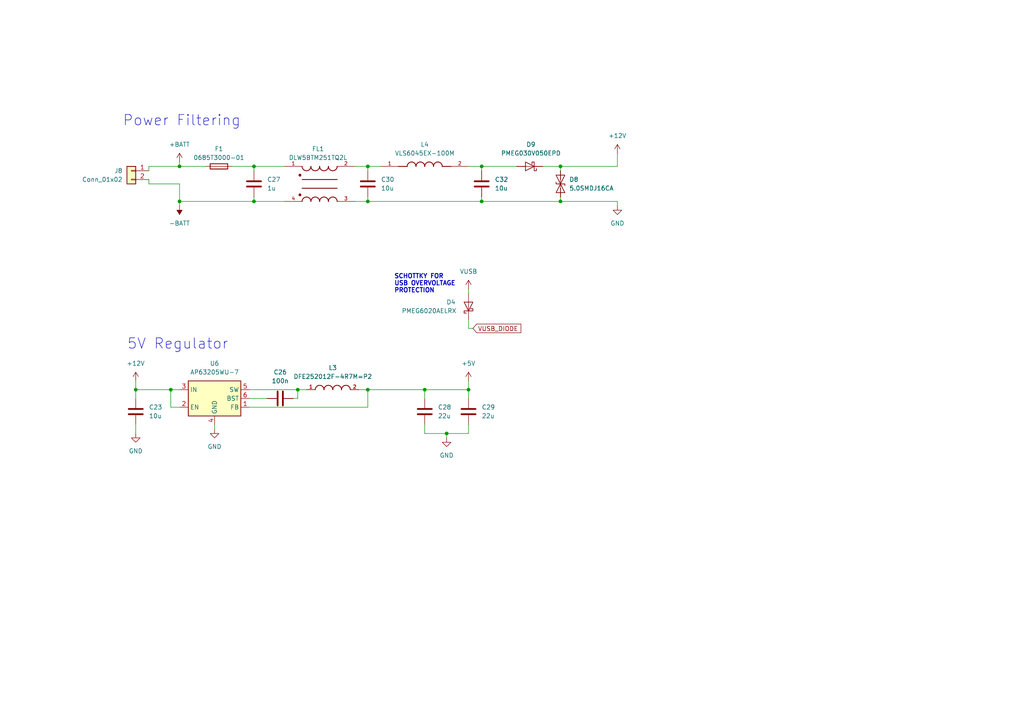
<source format=kicad_sch>
(kicad_sch (version 20230121) (generator eeschema)
  (paper "A4")
  (lib_symbols
    (symbol "Connector_Generic:Conn_01x02" (pin_names (offset 1.016) hide)
      (property "Reference" "J" (at 0 2.54 0))
      (property "Value" "Conn_01x02" (at 0 -5.08 0))
      (symbol "Conn_01x02_1_1"
        (rectangle (start -1.27 -2.413) (end 0 -2.667) (stroke (width 0.1524)))
        (rectangle (start -1.27 0.127) (end 0 -0.127) (stroke (width 0.1524)))
        (rectangle (start -1.27 1.27) (end 1.27 -3.81) (stroke (width 0.254)) (fill (type background)))
        (pin passive line (at -5.08 0 0) (length 3.81) (name "Pin_1") (number "1"))
        (pin passive line (at -5.08 -2.54 0) (length 3.81) (name "Pin_2") (number "2"))
      )
    )
    (symbol "DFE252012F-4R7M_P2:DFE252012F-4R7M=P2" (pin_names (offset 1.016))
      (property "Reference" "L" (at -7.62 5.08 0))
      (property "Value" "DFE252012F-4R7M=P2" (at -7.62 2.54 0))
      (symbol "DFE252012F-4R7M=P2_0_0"
        (arc (start -2.54 0) (mid -3.81 1.2645) (end -5.08 0) (stroke (width 0.254)))
        (arc (start 0 0) (mid -1.27 1.2645) (end -2.54 0) (stroke (width 0.254)))
        (arc (start 2.54 0) (mid 1.27 1.2645) (end 0 0) (stroke (width 0.254)))
        (arc (start 5.08 0) (mid 3.81 1.2645) (end 2.54 0) (stroke (width 0.254)))
        (pin passive line (at -7.62 0 0) (length 2.54) (name "~") (number "1"))
        (pin passive line (at 7.62 0 180) (length 2.54) (name "~") (number "2"))
      )
    )
    (symbol "DLW5BTM251TQ2L:DLW5BTM251TQ2L" (pin_names (offset 1.016))
      (property "Reference" "FL" (at -5.08 6.35 0))
      (property "Value" "DLW5BTM251TQ2L" (at -5.08 -6.35 0))
      (symbol "DLW5BTM251TQ2L_0_0"
        (circle (center -5.715 -3.175) (radius 0.2032) (stroke (width 0.4064)))
        (circle (center -5.715 2.54) (radius 0.2032) (stroke (width 0.4064)))
        (arc (start -5.08 5.08) (mid -3.81 3.8155) (end -2.54 5.08) (stroke (width 0.254)))
        (arc (start -2.54 -5.08) (mid -3.81 -3.8155) (end -5.08 -5.08) (stroke (width 0.254)))
        (arc (start -2.54 5.08) (mid -1.27 3.8155) (end 0 5.08) (stroke (width 0.254)))
        (arc (start 0 -5.08) (mid -1.27 -3.8155) (end -2.54 -5.08) (stroke (width 0.254)))
        (polyline (pts (xy -5.08 -1.27) (xy 5.08 -1.27)) (stroke (width 0.254)))
        (polyline (pts (xy 5.08 1.27) (xy -5.08 1.27)) (stroke (width 0.254)))
        (arc (start 0 5.08) (mid 1.27 3.8155) (end 2.54 5.08) (stroke (width 0.254)))
        (arc (start 2.54 -5.08) (mid 1.27 -3.8155) (end 0 -5.08) (stroke (width 0.254)))
        (arc (start 2.54 5.08) (mid 3.81 3.8155) (end 5.08 5.08) (stroke (width 0.254)))
        (arc (start 5.08 -5.08) (mid 3.81 -3.8155) (end 2.54 -5.08) (stroke (width 0.254)))
        (pin passive line (at -10.16 5.08 0) (length 5.08) (name "~") (number "1"))
        (pin passive line (at 10.16 5.08 180) (length 5.08) (name "~") (number "2"))
        (pin passive line (at 10.16 -5.08 180) (length 5.08) (name "~") (number "3"))
        (pin passive line (at -10.16 -5.08 0) (length 5.08) (name "~") (number "4"))
      )
    )
    (symbol "Device:C" (pin_numbers hide) (pin_names (offset 0.254))
      (property "Reference" "C" (at 0.635 2.54 0))
      (property "Value" "C" (at 0.635 -2.54 0))
      (symbol "C_0_1"
        (polyline (pts (xy -2.032 -0.762) (xy 2.032 -0.762)) (stroke (width 0.508)))
        (polyline (pts (xy -2.032 0.762) (xy 2.032 0.762)) (stroke (width 0.508)))
      )
      (symbol "C_1_1"
        (pin passive line (at 0 3.81 270) (length 2.794) (name "~") (number "1"))
        (pin passive line (at 0 -3.81 90) (length 2.794) (name "~") (number "2"))
      )
    )
    (symbol "Device:Fuse" (pin_numbers hide) (pin_names (offset 0))
      (property "Reference" "F" (at 2.032 0 90))
      (property "Value" "Fuse" (at -1.905 0 90))
      (symbol "Fuse_0_1"
        (rectangle (start -0.762 -2.54) (end 0.762 2.54) (stroke (width 0.254)))
        (polyline (pts (xy 0 2.54) (xy 0 -2.54)))
      )
      (symbol "Fuse_1_1"
        (pin passive line (at 0 3.81 270) (length 1.27) (name "~") (number "1"))
        (pin passive line (at 0 -3.81 90) (length 1.27) (name "~") (number "2"))
      )
    )
    (symbol "Diode:PMEG030V050EPD" (pin_numbers hide) (pin_names hide)
      (property "Reference" "D" (at 0 2.54 0))
      (property "Value" "PMEG030V050EPD" (at 0 -2.54 0))
      (symbol "PMEG030V050EPD_0_1"
        (polyline (pts (xy 1.27 0) (xy -1.27 0)))
        (polyline (pts (xy 1.27 1.27) (xy 1.27 -1.27) (xy -1.27 0) (xy 1.27 1.27)) (stroke (width 0.2032)))
        (polyline (pts (xy -1.905 0.635) (xy -1.905 1.27) (xy -1.27 1.27) (xy -1.27 -1.27) (xy -0.635 -1.27) (xy -0.635 -0.635)) (stroke (width 0.2032)))
      )
      (symbol "PMEG030V050EPD_1_1"
        (pin passive line (at 3.81 0 180) (length 2.54) (name "A") (number "1"))
        (pin passive line (at 3.81 0 180) (length 2.54) hide (name "A") (number "2"))
        (pin passive line (at -3.81 0 0) (length 2.54) (name "K") (number "3"))
      )
    )
    (symbol "Diode:PMEG6020AELR" (pin_numbers hide) (pin_names hide)
      (property "Reference" "D" (at 0 2.54 0))
      (property "Value" "PMEG6020AELR" (at 0 -2.54 0))
      (symbol "PMEG6020AELR_0_1"
        (polyline (pts (xy 1.27 0) (xy -1.27 0)))
        (polyline (pts (xy 1.27 1.27) (xy 1.27 -1.27) (xy -1.27 0) (xy 1.27 1.27)) (stroke (width 0.2032)))
        (polyline (pts (xy -1.905 0.635) (xy -1.905 1.27) (xy -1.27 1.27) (xy -1.27 -1.27) (xy -0.635 -1.27) (xy -0.635 -0.635)) (stroke (width 0.2032)))
      )
      (symbol "PMEG6020AELR_1_1"
        (pin passive line (at -3.81 0 0) (length 2.54) (name "K") (number "1"))
        (pin passive line (at 3.81 0 180) (length 2.54) (name "A") (number "2"))
      )
    )
    (symbol "Diode:SMAJ18CA" (pin_numbers hide) (pin_names (offset 1.016) hide)
      (property "Reference" "D" (at 0 2.54 0))
      (property "Value" "SMAJ18CA" (at 0 -2.54 0))
      (symbol "SMAJ18CA_0_1"
        (polyline (pts (xy 1.27 0) (xy -1.27 0)))
        (polyline (pts (xy -2.54 -1.27) (xy 0 0) (xy -2.54 1.27) (xy -2.54 -1.27)) (stroke (width 0.2032)))
        (polyline (pts (xy 0.508 1.27) (xy 0 1.27) (xy 0 -1.27) (xy -0.508 -1.27)) (stroke (width 0.2032)))
        (polyline (pts (xy 2.54 1.27) (xy 2.54 -1.27) (xy 0 0) (xy 2.54 1.27)) (stroke (width 0.2032)))
      )
      (symbol "SMAJ18CA_1_1"
        (pin passive line (at -3.81 0 0) (length 2.54) (name "A1") (number "1"))
        (pin passive line (at 3.81 0 180) (length 2.54) (name "A2") (number "2"))
      )
    )
    (symbol "Regulator_Switching:AP63205WU"
      (property "Reference" "U" (at -7.62 6.35 0))
      (property "Value" "AP63205WU" (at 2.54 6.35 0))
      (symbol "AP63205WU_0_1"
        (rectangle (start -7.62 5.08) (end 7.62 -5.08) (stroke (width 0.254)) (fill (type background)))
      )
      (symbol "AP63205WU_1_1"
        (pin input line (at 10.16 -2.54 180) (length 2.54) (name "FB") (number "1"))
        (pin input line (at -10.16 -2.54 0) (length 2.54) (name "EN") (number "2"))
        (pin power_in line (at -10.16 2.54 0) (length 2.54) (name "IN") (number "3"))
        (pin power_in line (at 0 -7.62 90) (length 2.54) (name "GND") (number "4"))
        (pin output line (at 10.16 2.54 180) (length 2.54) (name "SW") (number "5"))
        (pin passive line (at 10.16 0 180) (length 2.54) (name "BST") (number "6"))
      )
    )
    (symbol "VLS6045EX-100M:VLS6045EX-100M" (pin_names (offset 1.016))
      (property "Reference" "L" (at -10.16 5.08 0))
      (property "Value" "VLS6045EX-100M" (at -10.16 -5.08 0))
      (symbol "VLS6045EX-100M_0_0"
        (arc (start -2.54 0) (mid -3.81 1.2645) (end -5.08 0) (stroke (width 0.254)))
        (arc (start 0 0) (mid -1.27 1.2645) (end -2.54 0) (stroke (width 0.254)))
        (polyline (pts (xy -5.08 0) (xy -7.62 0)) (stroke (width 0.254)))
        (polyline (pts (xy 5.08 0) (xy 7.62 0)) (stroke (width 0.254)))
        (arc (start 2.54 0) (mid 1.27 1.2645) (end 0 0) (stroke (width 0.254)))
        (arc (start 5.08 0) (mid 3.81 1.2645) (end 2.54 0) (stroke (width 0.254)))
        (pin passive line (at -12.7 0 0) (length 5.08) (name "~") (number "1"))
        (pin passive line (at 12.7 0 180) (length 5.08) (name "~") (number "2"))
      )
    )
    (symbol "VUSB:VUSB" (power) (in_bom no) (on_board no)
      (property "Value" "VUSB" (at 6.35 -1.27 0))
      (symbol "VUSB_0_1"
        (polyline (pts (xy 5.588 -5.08) (xy 6.35 -3.81)))
        (polyline (pts (xy 6.35 -6.35) (xy 6.35 -3.81)))
        (polyline (pts (xy 6.35 -3.81) (xy 7.112 -5.08)))
      )
      (symbol "VUSB_1_1"
        (pin power_in line (at 6.35 -6.35 90) (length 0) hide (name "VUSB") (number "1"))
      )
    )
    (symbol "power:+12V" (power) (pin_names (offset 0))
      (property "Value" "+12V" (at 0 3.556 0))
      (symbol "+12V_0_1"
        (polyline (pts (xy -0.762 1.27) (xy 0 2.54)))
        (polyline (pts (xy 0 0) (xy 0 2.54)))
        (polyline (pts (xy 0 2.54) (xy 0.762 1.27)))
      )
      (symbol "+12V_1_1"
        (pin power_in line (at 0 0 90) (length 0) hide (name "+12V") (number "1"))
      )
    )
    (symbol "power:+5V" (power) (pin_names (offset 0))
      (property "Value" "+5V" (at 0 3.556 0))
      (symbol "+5V_0_1"
        (polyline (pts (xy -0.762 1.27) (xy 0 2.54)))
        (polyline (pts (xy 0 0) (xy 0 2.54)))
        (polyline (pts (xy 0 2.54) (xy 0.762 1.27)))
      )
      (symbol "+5V_1_1"
        (pin power_in line (at 0 0 90) (length 0) hide (name "+5V") (number "1"))
      )
    )
    (symbol "power:+BATT" (power) (pin_names (offset 0))
      (property "Value" "+BATT" (at 0 3.556 0))
      (symbol "+BATT_0_1"
        (polyline (pts (xy -0.762 1.27) (xy 0 2.54)))
        (polyline (pts (xy 0 0) (xy 0 2.54)))
        (polyline (pts (xy 0 2.54) (xy 0.762 1.27)))
      )
      (symbol "+BATT_1_1"
        (pin power_in line (at 0 0 90) (length 0) hide (name "+BATT") (number "1"))
      )
    )
    (symbol "power:-BATT" (power) (pin_names (offset 0))
      (property "Value" "-BATT" (at 0 3.556 0))
      (symbol "-BATT_0_1"
        (polyline (pts (xy 0 0) (xy 0 2.54)))
        (polyline (pts (xy 0.762 1.27) (xy -0.762 1.27) (xy 0 2.54) (xy 0.762 1.27)) (fill (type outline)))
      )
      (symbol "-BATT_1_1"
        (pin power_in line (at 0 0 90) (length 0) hide (name "-BATT") (number "1"))
      )
    )
    (symbol "power:GND" (power) (pin_names (offset 0))
      (property "Value" "GND" (at 0 -3.81 0))
      (symbol "GND_0_1"
        (polyline (pts (xy 0 0) (xy 0 -1.27) (xy 1.27 -1.27) (xy 0 -2.54) (xy -1.27 -1.27) (xy 0 -1.27)))
      )
      (symbol "GND_1_1"
        (pin power_in line (at 0 0 270) (length 0) hide (name "GND") (number "1"))
      )
    )
  )
  (junction (at 39.37 113.03))
  (junction (at 139.7 48.26))
  (junction (at 162.56 48.26))
  (junction (at 52.07 58.42))
  (junction (at 73.66 48.26))
  (junction (at 49.53 113.03))
  (junction (at 52.07 48.26))
  (junction (at 86.36 113.03))
  (junction (at 139.7 58.42))
  (junction (at 129.54 125.73))
  (junction (at 135.89 113.03))
  (junction (at 106.68 113.03))
  (junction (at 73.66 58.42))
  (junction (at 162.56 58.42))
  (junction (at 106.68 58.42))
  (junction (at 123.19 113.03))
  (junction (at 106.68 48.26))
  (wire (pts (xy 106.68 113.03) (xy 123.19 113.03)))
  (wire (pts (xy 135.89 83.82) (xy 135.89 85.09)))
  (wire (pts (xy 123.19 125.73) (xy 129.54 125.73)))
  (wire (pts (xy 52.07 58.42) (xy 73.66 58.42)))
  (wire (pts (xy 129.54 125.73) (xy 135.89 125.73)))
  (wire (pts (xy 39.37 113.03) (xy 49.53 113.03)))
  (wire (pts (xy 135.89 92.71) (xy 135.89 95.25)))
  (wire (pts (xy 67.31 48.26) (xy 73.66 48.26)))
  (wire (pts (xy 106.68 58.42) (xy 102.87 58.42)))
  (wire (pts (xy 43.18 52.07) (xy 43.18 53.34)))
  (wire (pts (xy 72.39 115.57) (xy 77.47 115.57)))
  (wire (pts (xy 179.07 44.45) (xy 179.07 48.26)))
  (wire (pts (xy 162.56 48.26) (xy 179.07 48.26)))
  (wire (pts (xy 137.16 95.25) (xy 135.89 95.25)))
  (wire (pts (xy 139.7 48.26) (xy 149.86 48.26)))
  (wire (pts (xy 39.37 123.19) (xy 39.37 125.73)))
  (wire (pts (xy 73.66 48.26) (xy 82.55 48.26)))
  (wire (pts (xy 73.66 48.26) (xy 73.66 49.53)))
  (wire (pts (xy 72.39 113.03) (xy 86.36 113.03)))
  (wire (pts (xy 62.23 123.19) (xy 62.23 124.46)))
  (wire (pts (xy 52.07 48.26) (xy 52.07 46.99)))
  (wire (pts (xy 135.89 48.26) (xy 139.7 48.26)))
  (wire (pts (xy 52.07 113.03) (xy 49.53 113.03)))
  (wire (pts (xy 162.56 58.42) (xy 179.07 58.42)))
  (wire (pts (xy 123.19 123.19) (xy 123.19 125.73)))
  (wire (pts (xy 139.7 58.42) (xy 139.7 57.15)))
  (wire (pts (xy 73.66 57.15) (xy 73.66 58.42)))
  (wire (pts (xy 106.68 48.26) (xy 102.87 48.26)))
  (wire (pts (xy 179.07 58.42) (xy 179.07 59.69)))
  (wire (pts (xy 49.53 118.11) (xy 52.07 118.11)))
  (wire (pts (xy 139.7 48.26) (xy 139.7 49.53)))
  (wire (pts (xy 52.07 48.26) (xy 59.69 48.26)))
  (wire (pts (xy 123.19 113.03) (xy 123.19 115.57)))
  (wire (pts (xy 106.68 118.11) (xy 106.68 113.03)))
  (wire (pts (xy 52.07 59.69) (xy 52.07 58.42)))
  (wire (pts (xy 106.68 48.26) (xy 110.49 48.26)))
  (wire (pts (xy 43.18 48.26) (xy 52.07 48.26)))
  (wire (pts (xy 162.56 58.42) (xy 162.56 57.15)))
  (wire (pts (xy 85.09 115.57) (xy 86.36 115.57)))
  (wire (pts (xy 123.19 113.03) (xy 135.89 113.03)))
  (wire (pts (xy 135.89 115.57) (xy 135.89 113.03)))
  (wire (pts (xy 106.68 57.15) (xy 106.68 58.42)))
  (wire (pts (xy 139.7 58.42) (xy 162.56 58.42)))
  (wire (pts (xy 162.56 48.26) (xy 157.48 48.26)))
  (wire (pts (xy 86.36 113.03) (xy 88.9 113.03)))
  (wire (pts (xy 72.39 118.11) (xy 106.68 118.11)))
  (wire (pts (xy 43.18 49.53) (xy 43.18 48.26)))
  (wire (pts (xy 86.36 115.57) (xy 86.36 113.03)))
  (wire (pts (xy 129.54 125.73) (xy 129.54 127)))
  (wire (pts (xy 39.37 110.49) (xy 39.37 113.03)))
  (wire (pts (xy 106.68 48.26) (xy 106.68 49.53)))
  (wire (pts (xy 135.89 125.73) (xy 135.89 123.19)))
  (wire (pts (xy 162.56 49.53) (xy 162.56 48.26)))
  (wire (pts (xy 39.37 115.57) (xy 39.37 113.03)))
  (wire (pts (xy 106.68 58.42) (xy 139.7 58.42)))
  (wire (pts (xy 135.89 110.49) (xy 135.89 113.03)))
  (wire (pts (xy 49.53 113.03) (xy 49.53 118.11)))
  (wire (pts (xy 52.07 53.34) (xy 52.07 58.42)))
  (wire (pts (xy 43.18 53.34) (xy 52.07 53.34)))
  (wire (pts (xy 104.14 113.03) (xy 106.68 113.03)))
  (wire (pts (xy 73.66 58.42) (xy 82.55 58.42)))
  (text "SCHOTTKY FOR\nUSB OVERVOLTAGE\nPROTECTION" (at 114.3 85.09 0) (effects (font (size 1.27 1.27) (thickness 0.254) bold) (justify left bottom)))
  (text "5V Regulator\n" (at 36.83 101.6 0) (effects (font (size 3 3)) (justify left bottom)))
  (text "Power Filtering" (at 35.56 36.83 0) (effects (font (size 3 3)) (justify left bottom)))
  (global_label "VUSB_DIODE" (shape input) (at 137.16 95.25 0) (property "Intersheetrefs" "${INTERSHEET_REFS}" (effects hide)))
  (symbol (lib_id "power:GND") (at 62.23 124.46 0) (unit 1)
    (property "Reference" "#PWR063" (effects hide))
    (property "Value" "GND" (at 62.23 129.54 0))
    (instances (project "motor_board_pcb" (path "" (reference "#PWR063") (unit 1))) (project "LocalDesign" (path "" (reference "#PWR?") (unit 1))))
  )
  (symbol (lib_id "Device:C") (at 135.89 119.38 180) (unit 1)
    (property "Reference" "C29" (at 139.7 118.11 0) (effects (justify right)))
    (property "Value" "22u" (at 139.7 120.65 0) (effects (justify right)))
    (property "Footprint" "Capacitor_SMD:C_0603_1608Metric" (effects hide))
    (instances (project "motor_board_pcb" (path "" (reference "C29") (unit 1))) (project "LocalDesign" (path "" (reference "C?") (unit 1))))
  )
  (symbol (lib_id "power:+BATT") (at 52.07 46.99 0) (unit 1)
    (property "Reference" "#PWR060" (effects hide))
    (property "Value" "+BATT" (at 52.07 41.91 0))
    (instances (project "motor_board_pcb" (path "" (reference "#PWR060") (unit 1))) (project "LocalDesign" (path "" (reference "#PWR?") (unit 1))))
  )
  (symbol (lib_id "Diode:PMEG6020AELR") (at 135.89 88.9 90) (unit 1)
    (property "Reference" "D4" (at 130.81 87.63 90))
    (property "Value" "PMEG6020AELRX" (at 124.46 90.17 90))
    (property "Footprint" "Diode_SMD:Nexperia_CFP3_SOD-123W" (effects hide))
    (property "Datasheet" "https://assets.nexperia.com/documents/data-sheet/PMEG6020AELR.pdf" (effects hide))
    (instances (project "central_hub" (path "" (reference "D4") (unit 1)) (path "" (reference "D10") (unit 1)) (path "" (reference "D10") (unit 1))) (project "motor_board_pcb" (path "" (reference "D11") (unit 1))))
  )
  (symbol (lib_id "Diode:PMEG030V050EPD") (at 153.67 48.26 180) (unit 1)
    (property "Reference" "D9" (at 153.9875 41.91 0))
    (property "Value" "PMEG030V050EPD" (at 153.9875 44.45 0))
    (property "Footprint" "Package_TO_SOT_SMD:Nexperia_CFP15_SOT-1289" (effects hide))
    (property "Datasheet" "https://assets.nexperia.com/documents/data-sheet/PMEG030V050EPD.pdf" (effects hide))
    (instances (project "motor_board_pcb" (path "" (reference "D9") (unit 1))) (project "LocalDesign" (path "" (reference "D?") (unit 1))))
  )
  (symbol (lib_id "DFE252012F-4R7M_P2:DFE252012F-4R7M=P2") (at 96.52 113.03 0) (unit 1)
    (property "Reference" "L3" (at 96.52 106.68 0))
    (property "Value" "DFE252012F-4R7M=P2" (at 96.52 109.22 0))
    (property "Footprint" "~ALL:INDC2520X120N" (effects hide))
    (property "MF" "Murata Electronics" (effects hide))
    (property "Description" "\nInductor with Inductance: 4.7uH Tol. +/-20%, Package: 1008 (2520)\n" (effects hide))
    (property "Package" "2520 Murata" (effects hide))
    (property "Price" "None" (effects hide))
    (property "SnapEDA_Link" "https://www.snapeda.com/parts/DFE252012F-4R7M=P2/Murata+Electronics+North+America/view-part/?ref=snap" (effects hide))
    (property "MP" "DFE252012F-4R7M=P2" (effects hide))
    (property "Purchase-URL" "https://www.snapeda.com/api/url_track_click_mouser/?unipart_id=942467&manufacturer=Murata Electronics&part_name=DFE252012F-4R7M=P2&search_term=dfe252012f-4r7m=p2" (effects hide))
    (property "Availability" "In Stock" (effects hide))
    (property "Check_prices" "https://www.snapeda.com/parts/DFE252012F-4R7M=P2/Murata+Electronics+North+America/view-part/?ref=eda" (effects hide))
  )
  (symbol (lib_id "Device:C") (at 39.37 119.38 180) (unit 1)
    (property "Reference" "C23" (at 43.18 118.11 0) (effects (justify right)))
    (property "Value" "10u" (at 43.18 120.65 0) (effects (justify right)))
    (property "Footprint" "Capacitor_SMD:C_0603_1608Metric" (effects hide))
    (instances (project "motor_board_pcb" (path "" (reference "C23") (unit 1))) (project "LocalDesign" (path "" (reference "C?") (unit 1))))
  )
  (symbol (lib_id "power:GND") (at 39.37 125.73 0) (unit 1)
    (property "Reference" "#PWR057" (effects hide))
    (property "Value" "GND" (at 39.37 130.81 0))
    (instances (project "motor_board_pcb" (path "" (reference "#PWR057") (unit 1))) (project "LocalDesign" (path "" (reference "#PWR?") (unit 1))))
  )
  (symbol (lib_id "power:+12V") (at 39.37 110.49 0) (unit 1)
    (property "Reference" "#PWR056" (effects hide))
    (property "Value" "+12V" (at 39.37 105.41 0))
    (instances (project "motor_board_pcb" (path "" (reference "#PWR056") (unit 1))) (project "LocalDesign" (path "" (reference "#PWR?") (unit 1))))
  )
  (symbol (lib_id "power:GND") (at 129.54 127 0) (unit 1)
    (property "Reference" "#PWR066" (effects hide))
    (property "Value" "GND" (at 129.54 132.08 0))
    (instances (project "motor_board_pcb" (path "" (reference "#PWR066") (unit 1))) (project "LocalDesign" (path "" (reference "#PWR?") (unit 1))))
  )
  (symbol (lib_id "Device:C") (at 106.68 53.34 180) (unit 1)
    (property "Reference" "C30" (at 110.49 52.07 0) (effects (justify right)))
    (property "Value" "10u" (at 110.49 54.61 0) (effects (justify right)))
    (property "Footprint" "Capacitor_SMD:C_1210_3225Metric" (effects hide))
    (instances (project "motor_board_pcb" (path "" (reference "C30") (unit 1))) (project "LocalDesign" (path "" (reference "C?") (unit 1))))
  )
  (symbol (lib_id "Device:C") (at 139.7 53.34 180) (unit 1)
    (property "Reference" "C32" (at 143.51 52.07 0) (effects (justify right)))
    (property "Value" "10u" (at 143.51 54.61 0) (effects (justify right)))
    (property "Footprint" "Capacitor_SMD:C_1210_3225Metric" (effects hide))
    (instances (project "motor_board_pcb" (path "" (reference "C32") (unit 1))) (project "LocalDesign" (path "" (reference "C?") (unit 1))))
  )
  (symbol (lib_id "Device:C") (at 81.28 115.57 90) (unit 1)
    (property "Reference" "C26" (at 81.28 107.95 90))
    (property "Value" "100n" (at 81.28 110.49 90))
    (property "Footprint" "Capacitor_SMD:C_0603_1608Metric" (effects hide))
    (instances (project "motor_board_pcb" (path "" (reference "C26") (unit 1))) (project "LocalDesign" (path "" (reference "C?") (unit 1))))
  )
  (symbol (lib_id "VLS6045EX-100M:VLS6045EX-100M") (at 123.19 48.26 0) (unit 1)
    (property "Reference" "L4" (at 123.19 41.91 0))
    (property "Value" "VLS6045EX-100M" (at 123.19 44.45 0))
    (property "Footprint" "~ALL:IND_VLS6045EX-100M" (effects hide))
    (property "MF" "TDK" (effects hide))
    (property "MAXIMUM_PACKAGE_HEIGHT" "4.5 mm" (effects hide))
    (property "Package" "NON STANDARD-2 TDK" (effects hide))
    (property "Price" "None" (effects hide))
    (property "Check_prices" "https://www.snapeda.com/parts/VLS6045EX-100M/TDK/view-part/?ref=eda" (effects hide))
    (property "STANDARD" "Manufacturer Recommendations" (effects hide))
    (property "PARTREV" "N/A" (effects hide))
    (property "SnapEDA_Link" "https://www.snapeda.com/parts/VLS6045EX-100M/TDK/view-part/?ref=snap" (effects hide))
    (property "MP" "VLS6045EX-100M" (effects hide))
    (property "Purchase-URL" "https://www.snapeda.com/api/url_track_click_mouser/?unipart_id=620467&manufacturer=TDK&part_name=VLS6045EX-100M&search_term=vls6045ex-100m" (effects hide))
    (property "Description" "\n10 µH Shielded Drum Core, Wirewound Inductor 3.4 A 47mOhm Nonstandard\n" (effects hide))
    (property "Availability" "In Stock" (effects hide))
    (property "MANUFACTURER" "TDK" (effects hide))
  )
  (symbol (lib_id "power:-BATT") (at 52.07 59.69 180) (unit 1)
    (property "Reference" "#PWR061" (effects hide))
    (property "Value" "-BATT" (at 52.07 64.77 0))
    (instances (project "motor_board_pcb" (path "" (reference "#PWR061") (unit 1))) (project "LocalDesign" (path "" (reference "#PWR?") (unit 1))))
  )
  (symbol (lib_id "VUSB:VUSB") (at 129.54 77.47 0) (unit 1) (in_bom no) (on_board no)
    (property "Reference" "#PWR037" (effects hide))
    (property "Value" "VUSB" (at 135.89 78.74 0))
    (instances (project "central_hub" (path "" (reference "#PWR037") (unit 1)) (path "" (reference "#PWR0117") (unit 1)) (path "" (reference "#PWR055") (unit 1))) (project "motor_board_pcb" (path "" (reference "#PWR059") (unit 1))))
  )
  (symbol (lib_id "power:GND") (at 179.07 59.69 0) (unit 1)
    (property "Reference" "#PWR072" (effects hide))
    (property "Value" "GND" (at 179.07 64.77 0))
    (instances (project "motor_board_pcb" (path "" (reference "#PWR072") (unit 1))) (project "LocalDesign" (path "" (reference "#PWR?") (unit 1))))
  )
  (symbol (lib_id "power:+12V") (at 179.07 44.45 0) (unit 1)
    (property "Reference" "#PWR068" (effects hide))
    (property "Value" "+12V" (at 179.07 39.37 0))
    (instances (project "motor_board_pcb" (path "" (reference "#PWR068") (unit 1))) (project "LocalDesign" (path "" (reference "#PWR?") (unit 1))))
  )
  (symbol (lib_id "DLW5BTM251TQ2L:DLW5BTM251TQ2L") (at 92.71 53.34 0) (unit 1)
    (property "Reference" "FL1" (at 92.2528 43.18 0))
    (property "Value" "DLW5BTM251TQ2L" (at 92.2528 45.72 0))
    (property "Footprint" "~ALL:FIL_DLW5BTZ251TQ2L" (effects hide))
    (property "MF" "Murata" (effects hide))
    (property "MAXIMUM_PACKAGE_HEIGHT" "2.5 mm" (effects hide))
    (property "Package" "Horizontal-6 Murata" (effects hide))
    (property "Price" "None" (effects hide))
    (property "Check_prices" "https://www.snapeda.com/parts/DLW5BTM251TQ2L/Murata/view-part/?ref=eda" (effects hide))
    (property "STANDARD" "Manufacturer recommendations" (effects hide))
    (property "PARTREV" "N/A" (effects hide))
    (property "SnapEDA_Link" "https://www.snapeda.com/parts/DLW5BTM251TQ2L/Murata/view-part/?ref=snap" (effects hide))
    (property "MP" "DLW5BTM251TQ2L" (effects hide))
    (property "Purchase-URL" "https://www.snapeda.com/api/url_track_click_mouser/?unipart_id=779096&manufacturer=Murata&part_name=DLW5BTM251TQ2L&search_term=dlw5btm251tq2l" (effects hide))
    (property "Description" "\n2 Line Common Mode Choke Surface Mount 250 Ohms @ 100 MHz 5A DCR 20mOhm\n" (effects hide))
    (property "Availability" "In Stock" (effects hide))
    (property "MANUFACTURER" "Murata Electronics" (effects hide))
    (instances (project "motor_board_pcb" (path "" (reference "FL1") (unit 1))) (project "LocalDesign" (path "" (reference "FL?") (unit 1))))
  )
  (symbol (lib_id "Device:Fuse") (at 63.5 48.26 90) (unit 1)
    (property "Reference" "F1" (at 63.5 43.18 90))
    (property "Value" "0685T3000-01" (at 63.5 45.72 90))
    (property "Footprint" "Fuse:Fuse_1206_3216Metric" (effects hide))
    (instances (project "motor_board_pcb" (path "" (reference "F1") (unit 1))) (project "LocalDesign" (path "" (reference "F?") (unit 1))))
  )
  (symbol (lib_id "power:+5V") (at 135.89 110.49 0) (unit 1)
    (property "Reference" "#PWR067" (effects hide))
    (property "Value" "+5V" (at 135.89 105.41 0))
    (instances (project "motor_board_pcb" (path "" (reference "#PWR067") (unit 1))) (project "LocalDesign" (path "" (reference "#PWR?") (unit 1))))
  )
  (symbol (lib_id "Device:C") (at 73.66 53.34 180) (unit 1)
    (property "Reference" "C27" (at 77.47 52.07 0) (effects (justify right)))
    (property "Value" "1u" (at 77.47 54.61 0) (effects (justify right)))
    (property "Footprint" "Capacitor_SMD:C_1206_3216Metric" (effects hide))
    (instances (project "motor_board_pcb" (path "" (reference "C27") (unit 1))) (project "LocalDesign" (path "" (reference "C?") (unit 1))))
  )
  (symbol (lib_id "Regulator_Switching:AP63205WU") (at 62.23 115.57 0) (unit 1)
    (property "Reference" "U6" (at 62.23 105.41 0))
    (property "Value" "AP63205WU-7" (at 62.23 107.95 0))
    (property "Footprint" "Package_TO_SOT_SMD:TSOT-23-6" (effects hide))
    (property "Datasheet" "https://www.diodes.com/assets/Datasheets/AP63200-AP63201-AP63203-AP63205.pdf" (effects hide))
    (instances (project "motor_board_pcb" (path "" (reference "U6") (unit 1))) (project "LocalDesign" (path "" (reference "U?") (unit 1))))
  )
  (symbol (lib_id "Connector_Generic:Conn_01x02") (at 38.1 49.53 0) (mirror y) (unit 1)
    (property "Reference" "J8" (at 35.56 49.53 0) (effects (justify left)))
    (property "Value" "Conn_01x02" (at 35.56 52.07 0) (effects (justify left)))
    (property "Footprint" "Connector_PinHeader_2.54mm:PinHeader_1x02_P2.54mm_Vertical" (effects hide))
    (instances (project "motor_board_pcb" (path "" (reference "J8") (unit 1)) (path "" (reference "J3") (unit 1))))
  )
  (symbol (lib_id "Device:C") (at 123.19 119.38 180) (unit 1)
    (property "Reference" "C28" (at 127 118.11 0) (effects (justify right)))
    (property "Value" "22u" (at 127 120.65 0) (effects (justify right)))
    (property "Footprint" "Capacitor_SMD:C_0603_1608Metric" (effects hide))
    (instances (project "motor_board_pcb" (path "" (reference "C28") (unit 1))) (project "LocalDesign" (path "" (reference "C?") (unit 1))))
  )
  (symbol (lib_id "Diode:SMAJ18CA") (at 162.56 53.34 90) (unit 1)
    (property "Reference" "D8" (at 165.1 52.07 90) (effects (justify right)))
    (property "Value" "5.0SMDJ16CA" (at 165.1 54.61 90) (effects (justify right)))
    (property "Footprint" "Diode_SMD:D_0603_1608Metric" (effects hide))
    (property "Datasheet" "https://www.littelfuse.com/media?resourcetype=datasheets&itemid=75e32973-b177-4ee3-a0ff-cedaf1abdb93&filename=smaj-datasheet" (effects hide))
    (instances (project "motor_board_pcb" (path "" (reference "D8") (unit 1))) (project "LocalDesign" (path "" (reference "D?") (unit 1))))
  )
)
</source>
